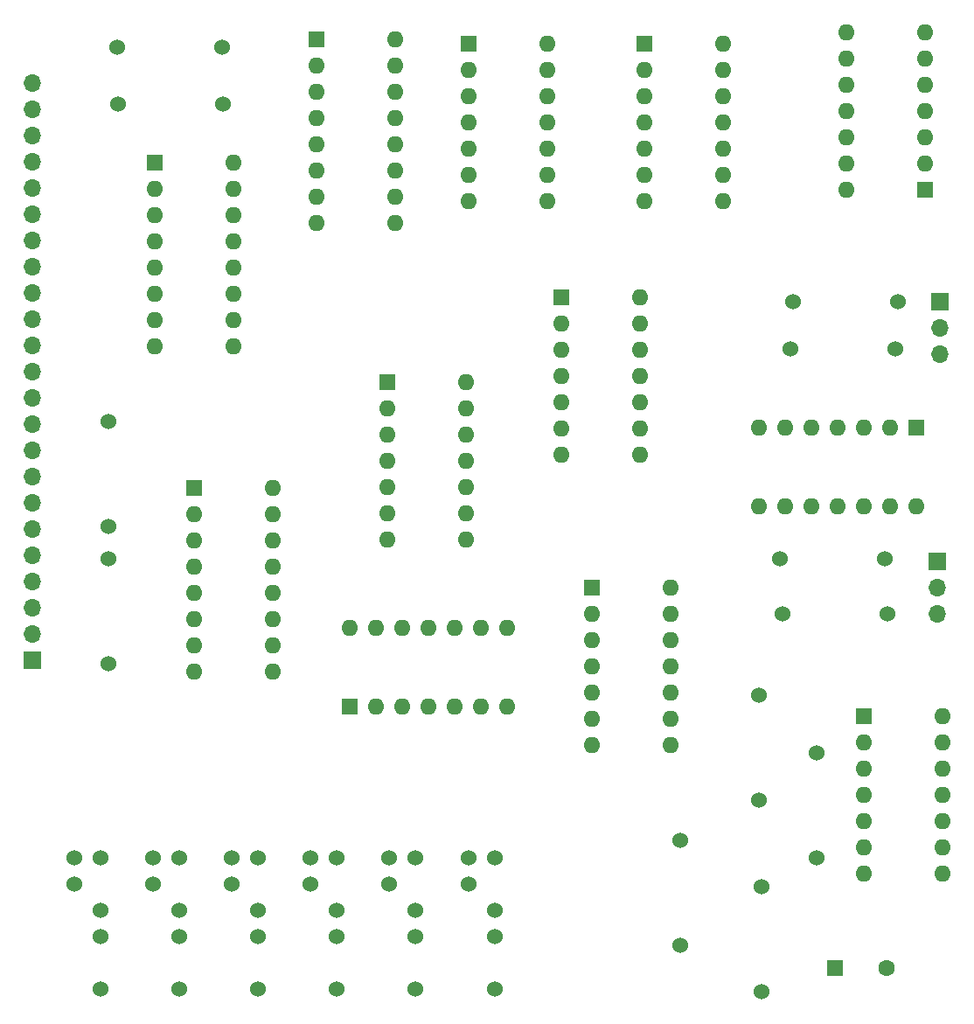
<source format=gbr>
%TF.GenerationSoftware,KiCad,Pcbnew,8.0.2-1*%
%TF.CreationDate,2024-08-04T08:33:09-04:00*%
%TF.ProjectId,clock,636c6f63-6b2e-46b6-9963-61645f706362,rev?*%
%TF.SameCoordinates,Original*%
%TF.FileFunction,Soldermask,Bot*%
%TF.FilePolarity,Negative*%
%FSLAX46Y46*%
G04 Gerber Fmt 4.6, Leading zero omitted, Abs format (unit mm)*
G04 Created by KiCad (PCBNEW 8.0.2-1) date 2024-08-04 08:33:09*
%MOMM*%
%LPD*%
G01*
G04 APERTURE LIST*
%ADD10R,1.600000X1.600000*%
%ADD11C,1.600000*%
%ADD12C,1.524000*%
%ADD13O,1.600000X1.600000*%
%ADD14R,1.700000X1.700000*%
%ADD15O,1.700000X1.700000*%
G04 APERTURE END LIST*
D10*
%TO.C,C1*%
X162701000Y-144849000D03*
D11*
X167701000Y-144849000D03*
%TD*%
D12*
%TO.C,R11*%
X103380000Y-61200000D03*
X93220000Y-61200000D03*
%TD*%
D10*
%TO.C,U9*%
X119300000Y-88075000D03*
D13*
X119300000Y-90615000D03*
X119300000Y-93155000D03*
X119300000Y-95695000D03*
X119300000Y-98235000D03*
X119300000Y-100775000D03*
X119300000Y-103315000D03*
X126920000Y-103315000D03*
X126920000Y-100775000D03*
X126920000Y-98235000D03*
X126920000Y-95695000D03*
X126920000Y-93155000D03*
X126920000Y-90615000D03*
X126920000Y-88075000D03*
%TD*%
D10*
%TO.C,U14*%
X136200000Y-79900000D03*
D13*
X136200000Y-82440000D03*
X136200000Y-84980000D03*
X136200000Y-87520000D03*
X136200000Y-90060000D03*
X136200000Y-92600000D03*
X136200000Y-95140000D03*
X143820000Y-95140000D03*
X143820000Y-92600000D03*
X143820000Y-90060000D03*
X143820000Y-87520000D03*
X143820000Y-84980000D03*
X143820000Y-82440000D03*
X143820000Y-79900000D03*
%TD*%
D10*
%TO.C,U19*%
X112500000Y-54925000D03*
D13*
X112500000Y-57465000D03*
X112500000Y-60005000D03*
X112500000Y-62545000D03*
X112500000Y-65085000D03*
X112500000Y-67625000D03*
X112500000Y-70165000D03*
X112500000Y-72705000D03*
X120120000Y-72705000D03*
X120120000Y-70165000D03*
X120120000Y-67625000D03*
X120120000Y-65085000D03*
X120120000Y-62545000D03*
X120120000Y-60005000D03*
X120120000Y-57465000D03*
X120120000Y-54925000D03*
%TD*%
D12*
%TO.C,R7*%
X157332000Y-105225000D03*
X167492000Y-105225000D03*
%TD*%
%TO.C,U18*%
X106750000Y-134175000D03*
X106750000Y-139255000D03*
X104210000Y-134175000D03*
X104210000Y-136715000D03*
X106750000Y-141795000D03*
X106750000Y-146875000D03*
%TD*%
%TO.C,R3*%
X160883000Y-124021000D03*
X160883000Y-134181000D03*
%TD*%
D14*
%TO.C,U1*%
X84904900Y-115048400D03*
D15*
X84904900Y-112508400D03*
X84904900Y-109968400D03*
X84904900Y-107428400D03*
X84904900Y-104888400D03*
X84904900Y-102348400D03*
X84904900Y-99808400D03*
X84904900Y-97268400D03*
X84904900Y-94728400D03*
X84904900Y-92188400D03*
X84904900Y-89648400D03*
X84904900Y-87108400D03*
X84904900Y-84568400D03*
X84904900Y-82028400D03*
X84904900Y-79488400D03*
X84904900Y-76948400D03*
X84904900Y-74408400D03*
X84904900Y-71868400D03*
X84904900Y-69328400D03*
X84904900Y-66788400D03*
X84904900Y-64248400D03*
X84904900Y-61708400D03*
X84904900Y-59168400D03*
%TD*%
D10*
%TO.C,U4*%
X165465000Y-120460000D03*
D13*
X165465000Y-123000000D03*
X165465000Y-125540000D03*
X165465000Y-128080000D03*
X165465000Y-130620000D03*
X165465000Y-133160000D03*
X165465000Y-135700000D03*
X173085000Y-135700000D03*
X173085000Y-133160000D03*
X173085000Y-130620000D03*
X173085000Y-128080000D03*
X173085000Y-125540000D03*
X173085000Y-123000000D03*
X173085000Y-120460000D03*
%TD*%
D12*
%TO.C,R2*%
X155549000Y-136975000D03*
X155549000Y-147135000D03*
%TD*%
%TO.C,R8*%
X157586000Y-110559000D03*
X167746000Y-110559000D03*
%TD*%
D10*
%TO.C,U5*%
X170540000Y-92525000D03*
D13*
X168000000Y-92525000D03*
X165460000Y-92525000D03*
X162920000Y-92525000D03*
X160380000Y-92525000D03*
X157840000Y-92525000D03*
X155300000Y-92525000D03*
X155300000Y-100145000D03*
X157840000Y-100145000D03*
X160380000Y-100145000D03*
X162920000Y-100145000D03*
X165460000Y-100145000D03*
X168000000Y-100145000D03*
X170540000Y-100145000D03*
%TD*%
D12*
%TO.C,R4*%
X147675000Y-132445000D03*
X147675000Y-142605000D03*
%TD*%
%TO.C,U20*%
X99130000Y-134175000D03*
X99130000Y-139255000D03*
X96590000Y-134175000D03*
X96590000Y-136715000D03*
X99130000Y-141795000D03*
X99130000Y-146875000D03*
%TD*%
D10*
%TO.C,U3*%
X100600000Y-98366000D03*
D13*
X100600000Y-100906000D03*
X100600000Y-103446000D03*
X100600000Y-105986000D03*
X100600000Y-108526000D03*
X100600000Y-111066000D03*
X100600000Y-113606000D03*
X100600000Y-116146000D03*
X108220000Y-116146000D03*
X108220000Y-113606000D03*
X108220000Y-111066000D03*
X108220000Y-108526000D03*
X108220000Y-105986000D03*
X108220000Y-103446000D03*
X108220000Y-100906000D03*
X108220000Y-98366000D03*
%TD*%
D10*
%TO.C,U13*%
X139100000Y-107975000D03*
D13*
X139100000Y-110515000D03*
X139100000Y-113055000D03*
X139100000Y-115595000D03*
X139100000Y-118135000D03*
X139100000Y-120675000D03*
X139100000Y-123215000D03*
X146720000Y-123215000D03*
X146720000Y-120675000D03*
X146720000Y-118135000D03*
X146720000Y-115595000D03*
X146720000Y-113055000D03*
X146720000Y-110515000D03*
X146720000Y-107975000D03*
%TD*%
D12*
%TO.C,U12*%
X129730000Y-134175000D03*
X129730000Y-139255000D03*
X127190000Y-134175000D03*
X127190000Y-136715000D03*
X129730000Y-141795000D03*
X129730000Y-146875000D03*
%TD*%
%TO.C,R10*%
X103300000Y-55700000D03*
X93140000Y-55700000D03*
%TD*%
%TO.C,R6*%
X158322000Y-84857000D03*
X168482000Y-84857000D03*
%TD*%
%TO.C,U16*%
X114370000Y-134175000D03*
X114370000Y-139255000D03*
X111830000Y-134175000D03*
X111830000Y-136715000D03*
X114370000Y-141795000D03*
X114370000Y-146875000D03*
%TD*%
D14*
%TO.C,U8*%
X172572000Y-105479000D03*
D15*
X172572000Y-108019000D03*
X172572000Y-110559000D03*
%TD*%
D12*
%TO.C,R12*%
X92300000Y-105220000D03*
X92300000Y-115380000D03*
%TD*%
D14*
%TO.C,U7*%
X172800000Y-80300000D03*
D15*
X172800000Y-82840000D03*
X172800000Y-85380000D03*
%TD*%
D12*
%TO.C,U21*%
X91510000Y-134175000D03*
X91510000Y-139255000D03*
X88970000Y-134175000D03*
X88970000Y-136715000D03*
X91510000Y-141795000D03*
X91510000Y-146875000D03*
%TD*%
D10*
%TO.C,U10*%
X127200000Y-55375000D03*
D13*
X127200000Y-57915000D03*
X127200000Y-60455000D03*
X127200000Y-62995000D03*
X127200000Y-65535000D03*
X127200000Y-68075000D03*
X127200000Y-70615000D03*
X134820000Y-70615000D03*
X134820000Y-68075000D03*
X134820000Y-65535000D03*
X134820000Y-62995000D03*
X134820000Y-60455000D03*
X134820000Y-57915000D03*
X134820000Y-55375000D03*
%TD*%
D12*
%TO.C,R1*%
X158576000Y-80285000D03*
X168736000Y-80285000D03*
%TD*%
%TO.C,R5*%
X155295000Y-118433000D03*
X155295000Y-128593000D03*
%TD*%
D10*
%TO.C,U17*%
X115640000Y-119500000D03*
D13*
X118180000Y-119500000D03*
X120720000Y-119500000D03*
X123260000Y-119500000D03*
X125800000Y-119500000D03*
X128340000Y-119500000D03*
X130880000Y-119500000D03*
X130880000Y-111880000D03*
X128340000Y-111880000D03*
X125800000Y-111880000D03*
X123260000Y-111880000D03*
X120720000Y-111880000D03*
X118180000Y-111880000D03*
X115640000Y-111880000D03*
%TD*%
D12*
%TO.C,R9*%
X92300000Y-102100000D03*
X92300000Y-91940000D03*
%TD*%
D10*
%TO.C,U6*%
X171400000Y-69500000D03*
D13*
X171400000Y-66960000D03*
X171400000Y-64420000D03*
X171400000Y-61880000D03*
X171400000Y-59340000D03*
X171400000Y-56800000D03*
X171400000Y-54260000D03*
X163780000Y-54260000D03*
X163780000Y-56800000D03*
X163780000Y-59340000D03*
X163780000Y-61880000D03*
X163780000Y-64420000D03*
X163780000Y-66960000D03*
X163780000Y-69500000D03*
%TD*%
D10*
%TO.C,U2*%
X96800000Y-66825000D03*
D13*
X96800000Y-69365000D03*
X96800000Y-71905000D03*
X96800000Y-74445000D03*
X96800000Y-76985000D03*
X96800000Y-79525000D03*
X96800000Y-82065000D03*
X96800000Y-84605000D03*
X104420000Y-84605000D03*
X104420000Y-82065000D03*
X104420000Y-79525000D03*
X104420000Y-76985000D03*
X104420000Y-74445000D03*
X104420000Y-71905000D03*
X104420000Y-69365000D03*
X104420000Y-66825000D03*
%TD*%
D10*
%TO.C,U11*%
X144200000Y-55375000D03*
D13*
X144200000Y-57915000D03*
X144200000Y-60455000D03*
X144200000Y-62995000D03*
X144200000Y-65535000D03*
X144200000Y-68075000D03*
X144200000Y-70615000D03*
X151820000Y-70615000D03*
X151820000Y-68075000D03*
X151820000Y-65535000D03*
X151820000Y-62995000D03*
X151820000Y-60455000D03*
X151820000Y-57915000D03*
X151820000Y-55375000D03*
%TD*%
D12*
%TO.C,U15*%
X121990000Y-134175000D03*
X121990000Y-139255000D03*
X119450000Y-134175000D03*
X119450000Y-136715000D03*
X121990000Y-141795000D03*
X121990000Y-146875000D03*
%TD*%
M02*

</source>
